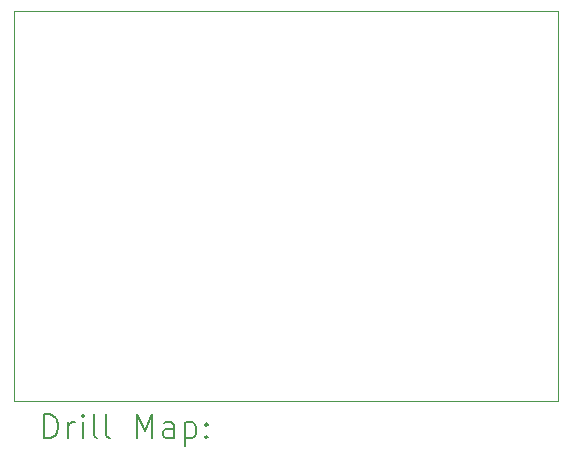
<source format=gbr>
%TF.GenerationSoftware,KiCad,Pcbnew,7.0.9-69-ge1c0bddff3*%
%TF.CreationDate,2024-02-19T10:18:07+01:00*%
%TF.ProjectId,ASP_Display,4153505f-4469-4737-906c-61792e6b6963,rev?*%
%TF.SameCoordinates,Original*%
%TF.FileFunction,Drillmap*%
%TF.FilePolarity,Positive*%
%FSLAX45Y45*%
G04 Gerber Fmt 4.5, Leading zero omitted, Abs format (unit mm)*
G04 Created by KiCad (PCBNEW 7.0.9-69-ge1c0bddff3) date 2024-02-19 10:18:07*
%MOMM*%
%LPD*%
G01*
G04 APERTURE LIST*
%ADD10C,0.100000*%
%ADD11C,0.200000*%
G04 APERTURE END LIST*
D10*
X22050000Y-8550000D02*
X26650000Y-8550000D01*
X26650000Y-11850000D01*
X22050000Y-11850000D01*
X22050000Y-8550000D01*
D11*
X22305777Y-12166484D02*
X22305777Y-11966484D01*
X22305777Y-11966484D02*
X22353396Y-11966484D01*
X22353396Y-11966484D02*
X22381967Y-11976008D01*
X22381967Y-11976008D02*
X22401015Y-11995055D01*
X22401015Y-11995055D02*
X22410539Y-12014103D01*
X22410539Y-12014103D02*
X22420062Y-12052198D01*
X22420062Y-12052198D02*
X22420062Y-12080769D01*
X22420062Y-12080769D02*
X22410539Y-12118865D01*
X22410539Y-12118865D02*
X22401015Y-12137912D01*
X22401015Y-12137912D02*
X22381967Y-12156960D01*
X22381967Y-12156960D02*
X22353396Y-12166484D01*
X22353396Y-12166484D02*
X22305777Y-12166484D01*
X22505777Y-12166484D02*
X22505777Y-12033150D01*
X22505777Y-12071246D02*
X22515301Y-12052198D01*
X22515301Y-12052198D02*
X22524824Y-12042674D01*
X22524824Y-12042674D02*
X22543872Y-12033150D01*
X22543872Y-12033150D02*
X22562920Y-12033150D01*
X22629586Y-12166484D02*
X22629586Y-12033150D01*
X22629586Y-11966484D02*
X22620062Y-11976008D01*
X22620062Y-11976008D02*
X22629586Y-11985531D01*
X22629586Y-11985531D02*
X22639110Y-11976008D01*
X22639110Y-11976008D02*
X22629586Y-11966484D01*
X22629586Y-11966484D02*
X22629586Y-11985531D01*
X22753396Y-12166484D02*
X22734348Y-12156960D01*
X22734348Y-12156960D02*
X22724824Y-12137912D01*
X22724824Y-12137912D02*
X22724824Y-11966484D01*
X22858158Y-12166484D02*
X22839110Y-12156960D01*
X22839110Y-12156960D02*
X22829586Y-12137912D01*
X22829586Y-12137912D02*
X22829586Y-11966484D01*
X23086729Y-12166484D02*
X23086729Y-11966484D01*
X23086729Y-11966484D02*
X23153396Y-12109341D01*
X23153396Y-12109341D02*
X23220062Y-11966484D01*
X23220062Y-11966484D02*
X23220062Y-12166484D01*
X23401015Y-12166484D02*
X23401015Y-12061722D01*
X23401015Y-12061722D02*
X23391491Y-12042674D01*
X23391491Y-12042674D02*
X23372443Y-12033150D01*
X23372443Y-12033150D02*
X23334348Y-12033150D01*
X23334348Y-12033150D02*
X23315301Y-12042674D01*
X23401015Y-12156960D02*
X23381967Y-12166484D01*
X23381967Y-12166484D02*
X23334348Y-12166484D01*
X23334348Y-12166484D02*
X23315301Y-12156960D01*
X23315301Y-12156960D02*
X23305777Y-12137912D01*
X23305777Y-12137912D02*
X23305777Y-12118865D01*
X23305777Y-12118865D02*
X23315301Y-12099817D01*
X23315301Y-12099817D02*
X23334348Y-12090293D01*
X23334348Y-12090293D02*
X23381967Y-12090293D01*
X23381967Y-12090293D02*
X23401015Y-12080769D01*
X23496253Y-12033150D02*
X23496253Y-12233150D01*
X23496253Y-12042674D02*
X23515301Y-12033150D01*
X23515301Y-12033150D02*
X23553396Y-12033150D01*
X23553396Y-12033150D02*
X23572443Y-12042674D01*
X23572443Y-12042674D02*
X23581967Y-12052198D01*
X23581967Y-12052198D02*
X23591491Y-12071246D01*
X23591491Y-12071246D02*
X23591491Y-12128388D01*
X23591491Y-12128388D02*
X23581967Y-12147436D01*
X23581967Y-12147436D02*
X23572443Y-12156960D01*
X23572443Y-12156960D02*
X23553396Y-12166484D01*
X23553396Y-12166484D02*
X23515301Y-12166484D01*
X23515301Y-12166484D02*
X23496253Y-12156960D01*
X23677205Y-12147436D02*
X23686729Y-12156960D01*
X23686729Y-12156960D02*
X23677205Y-12166484D01*
X23677205Y-12166484D02*
X23667682Y-12156960D01*
X23667682Y-12156960D02*
X23677205Y-12147436D01*
X23677205Y-12147436D02*
X23677205Y-12166484D01*
X23677205Y-12042674D02*
X23686729Y-12052198D01*
X23686729Y-12052198D02*
X23677205Y-12061722D01*
X23677205Y-12061722D02*
X23667682Y-12052198D01*
X23667682Y-12052198D02*
X23677205Y-12042674D01*
X23677205Y-12042674D02*
X23677205Y-12061722D01*
M02*

</source>
